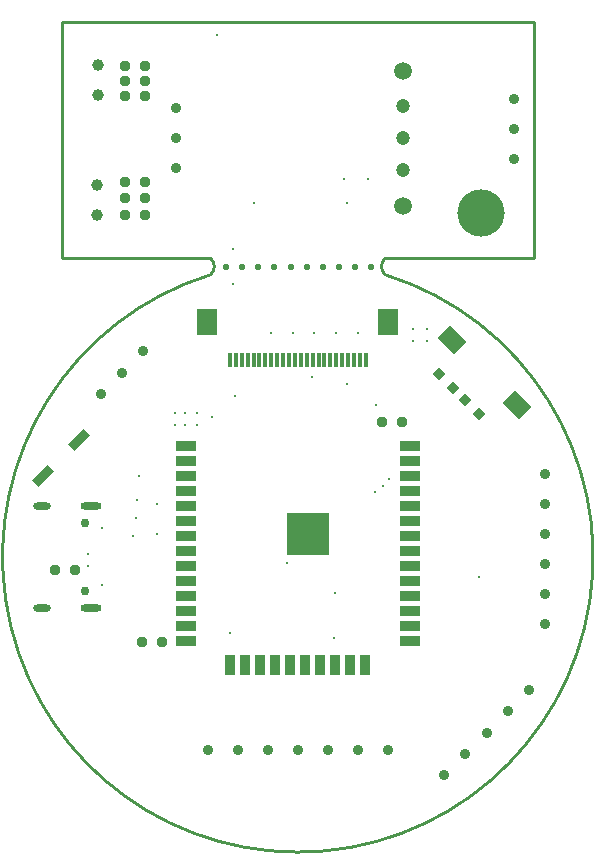
<source format=gbs>
G04*
G04 #@! TF.GenerationSoftware,Altium Limited,Altium Designer,20.0.1 (14)*
G04*
G04 Layer_Color=16711935*
%FSLAX25Y25*%
%MOIN*%
G70*
G01*
G75*
%ADD15C,0.01000*%
G04:AMPARAMS|DCode=17|XSize=31.5mil|YSize=32.01mil|CornerRadius=7.87mil|HoleSize=0mil|Usage=FLASHONLY|Rotation=0.000|XOffset=0mil|YOffset=0mil|HoleType=Round|Shape=RoundedRectangle|*
%AMROUNDEDRECTD17*
21,1,0.03150,0.01626,0,0,0.0*
21,1,0.01575,0.03201,0,0,0.0*
1,1,0.01575,0.00787,-0.00813*
1,1,0.01575,-0.00787,-0.00813*
1,1,0.01575,-0.00787,0.00813*
1,1,0.01575,0.00787,0.00813*
%
%ADD17ROUNDEDRECTD17*%
%ADD33C,0.03543*%
%ADD34C,0.02953*%
%ADD35O,0.07087X0.02400*%
%ADD36O,0.05906X0.02400*%
%ADD37C,0.04724*%
%ADD38C,0.05906*%
%ADD39C,0.03937*%
%ADD40C,0.01000*%
%ADD41C,0.15748*%
%ADD42C,0.02200*%
G04:AMPARAMS|DCode=57|XSize=70.87mil|YSize=31.5mil|CornerRadius=0mil|HoleSize=0mil|Usage=FLASHONLY|Rotation=225.000|XOffset=0mil|YOffset=0mil|HoleType=Round|Shape=Rectangle|*
%AMROTATEDRECTD57*
4,1,4,0.01392,0.03619,0.03619,0.01392,-0.01392,-0.03619,-0.03619,-0.01392,0.01392,0.03619,0.0*
%
%ADD57ROTATEDRECTD57*%

G04:AMPARAMS|DCode=58|XSize=31.5mil|YSize=32.01mil|CornerRadius=7.87mil|HoleSize=0mil|Usage=FLASHONLY|Rotation=135.000|XOffset=0mil|YOffset=0mil|HoleType=Round|Shape=RoundedRectangle|*
%AMROUNDEDRECTD58*
21,1,0.03150,0.01626,0,0,135.0*
21,1,0.01575,0.03201,0,0,135.0*
1,1,0.01575,0.00018,0.01132*
1,1,0.01575,0.01132,0.00018*
1,1,0.01575,-0.00018,-0.01132*
1,1,0.01575,-0.01132,-0.00018*
%
%ADD58ROUNDEDRECTD58*%
G04:AMPARAMS|DCode=59|XSize=78.74mil|YSize=59.06mil|CornerRadius=0mil|HoleSize=0mil|Usage=FLASHONLY|Rotation=135.000|XOffset=0mil|YOffset=0mil|HoleType=Round|Shape=Rectangle|*
%AMROTATEDRECTD59*
4,1,4,0.04872,-0.00696,0.00696,-0.04872,-0.04872,0.00696,-0.00696,0.04872,0.04872,-0.00696,0.0*
%
%ADD59ROTATEDRECTD59*%

%ADD60R,0.07087X0.08661*%
%ADD61R,0.01181X0.05118*%
%ADD62R,0.14173X0.14173*%
%ADD63R,0.07087X0.03543*%
%ADD64R,0.03543X0.07087*%
D15*
X29000Y99500D02*
G03*
X29016Y94051I2732J-2717D01*
G01*
X-29016D02*
G03*
X-29000Y99500I-2717J2732D01*
G01*
X-29016Y94051D02*
G03*
X29181Y94000I29016J-94051D01*
G01*
X-78742Y99500D02*
X-29000D01*
X29000D02*
X78739D01*
Y178220D01*
X78758Y178240D01*
X-78722D02*
X78758D01*
X-78742Y178220D02*
X-78722Y178240D01*
X-78742Y99500D02*
Y178220D01*
D17*
X34846Y45000D02*
D03*
X28154D02*
D03*
X-45154Y-28500D02*
D03*
X-51846D02*
D03*
X-80847Y-4500D02*
D03*
X-74154D02*
D03*
X-50807Y119510D02*
D03*
X-57500D02*
D03*
X-50807Y125010D02*
D03*
X-57500D02*
D03*
X-50807Y114010D02*
D03*
X-57500D02*
D03*
X-50807Y158500D02*
D03*
X-57500D02*
D03*
X-50807Y163500D02*
D03*
X-57500D02*
D03*
X-50807Y153500D02*
D03*
X-57500D02*
D03*
D33*
X82500Y27500D02*
D03*
Y17500D02*
D03*
Y7500D02*
D03*
Y-2500D02*
D03*
Y-12500D02*
D03*
Y-22500D02*
D03*
X77071Y-44429D02*
D03*
X70000Y-51500D02*
D03*
X62929Y-58571D02*
D03*
X55858Y-65642D02*
D03*
X48787Y-72713D02*
D03*
X-51500Y68500D02*
D03*
X-58571Y61429D02*
D03*
X-65642Y54358D02*
D03*
X-40500Y149500D02*
D03*
Y139500D02*
D03*
Y129500D02*
D03*
X72000Y152500D02*
D03*
Y142500D02*
D03*
Y132500D02*
D03*
X-30000Y-64500D02*
D03*
X-20000D02*
D03*
X-10000D02*
D03*
X0D02*
D03*
X20000D02*
D03*
X30000D02*
D03*
X10000D02*
D03*
D34*
X-70874Y11378D02*
D03*
Y-11378D02*
D03*
D35*
X-68906Y17008D02*
D03*
Y-17008D02*
D03*
D36*
X-85244Y17008D02*
D03*
Y-17008D02*
D03*
D37*
X35000Y128870D02*
D03*
Y139500D02*
D03*
Y150130D02*
D03*
D38*
Y162098D02*
D03*
Y116902D02*
D03*
D39*
X-66500Y164010D02*
D03*
Y154000D02*
D03*
X-67000Y114000D02*
D03*
Y124010D02*
D03*
D40*
X-21500Y102500D02*
D03*
Y91000D02*
D03*
X16500Y118000D02*
D03*
X23500Y126000D02*
D03*
X15500D02*
D03*
X-28500Y46500D02*
D03*
X26181Y50580D02*
D03*
X-55000Y7000D02*
D03*
X-54000Y13000D02*
D03*
X-53500Y19000D02*
D03*
X-53000Y27000D02*
D03*
X-33500Y48000D02*
D03*
X-37500D02*
D03*
X-41000D02*
D03*
X-33500Y44000D02*
D03*
X-37500D02*
D03*
X-41000D02*
D03*
X43000Y72000D02*
D03*
X38500D02*
D03*
X43000Y76000D02*
D03*
X38500D02*
D03*
X12500Y-12000D02*
D03*
X-22500Y-25346D02*
D03*
X60520Y-6740D02*
D03*
X-52000Y-28500D02*
D03*
X-37500Y-23000D02*
D03*
Y-18500D02*
D03*
X-46898Y7500D02*
D03*
X-21000Y53500D02*
D03*
X16500Y57500D02*
D03*
X73000Y50500D02*
D03*
X28000Y45000D02*
D03*
X-1750Y74654D02*
D03*
X4863Y60000D02*
D03*
X-38000Y-13000D02*
D03*
X28500Y23500D02*
D03*
X30500Y26000D02*
D03*
X37382Y-3126D02*
D03*
X12000Y-27000D02*
D03*
X12500Y-36000D02*
D03*
X7500D02*
D03*
X-7500D02*
D03*
X25879Y21450D02*
D03*
X37500Y26500D02*
D03*
X-37421Y21874D02*
D03*
X-46898Y17500D02*
D03*
X20000Y74654D02*
D03*
X12750D02*
D03*
X5500D02*
D03*
X-9000D02*
D03*
X-65313Y9449D02*
D03*
Y-9449D02*
D03*
X-73000Y39000D02*
D03*
X-74000Y-4500D02*
D03*
X-70000Y-3000D02*
D03*
X-69984Y984D02*
D03*
X37382Y-13126D02*
D03*
X37500Y-18500D02*
D03*
X-3500Y-2000D02*
D03*
X-27000Y174000D02*
D03*
X-14500Y118000D02*
D03*
D41*
X61000Y114500D02*
D03*
D42*
X24500Y96500D02*
D03*
X19111D02*
D03*
X13722D02*
D03*
X8333D02*
D03*
X2944D02*
D03*
X-2444D02*
D03*
X-7833D02*
D03*
X-13222D02*
D03*
X-18611D02*
D03*
X-24000D02*
D03*
D57*
X-84985Y27015D02*
D03*
X-73015Y38985D02*
D03*
D58*
X60366Y47634D02*
D03*
X55634Y52366D02*
D03*
X51866Y56134D02*
D03*
X47134Y60866D02*
D03*
D59*
X51286Y72214D02*
D03*
X73000Y50500D02*
D03*
D60*
X30118Y78398D02*
D03*
X-30118D02*
D03*
D61*
X22638Y65602D02*
D03*
X20669D02*
D03*
X18701D02*
D03*
X16732D02*
D03*
X14764D02*
D03*
X12795D02*
D03*
X10827D02*
D03*
X8858D02*
D03*
X6890D02*
D03*
X4921D02*
D03*
X2953D02*
D03*
X984D02*
D03*
X-984D02*
D03*
X-2953D02*
D03*
X-4921D02*
D03*
X-6890D02*
D03*
X-8858D02*
D03*
X-10827D02*
D03*
X-12795D02*
D03*
X-14764D02*
D03*
X-16732D02*
D03*
X-18701D02*
D03*
X-20669D02*
D03*
X-22638D02*
D03*
D62*
X3524Y7504D02*
D03*
D63*
X37382Y-8126D02*
D03*
Y31874D02*
D03*
Y36874D02*
D03*
Y-3126D02*
D03*
Y6874D02*
D03*
Y11874D02*
D03*
Y21874D02*
D03*
Y-28126D02*
D03*
Y-18126D02*
D03*
Y26874D02*
D03*
Y16874D02*
D03*
Y1874D02*
D03*
Y-13126D02*
D03*
Y-23126D02*
D03*
X-37421Y-8126D02*
D03*
Y36874D02*
D03*
Y31874D02*
D03*
Y21874D02*
D03*
Y11874D02*
D03*
Y6874D02*
D03*
Y-3126D02*
D03*
Y-28126D02*
D03*
Y-18126D02*
D03*
Y26874D02*
D03*
Y16874D02*
D03*
Y1874D02*
D03*
Y-13126D02*
D03*
Y-23126D02*
D03*
D64*
X-22500Y-36000D02*
D03*
X-12500D02*
D03*
X-2500D02*
D03*
X2500D02*
D03*
X12500D02*
D03*
X17500D02*
D03*
X-17500D02*
D03*
X-7500D02*
D03*
X7500D02*
D03*
X22500D02*
D03*
M02*

</source>
